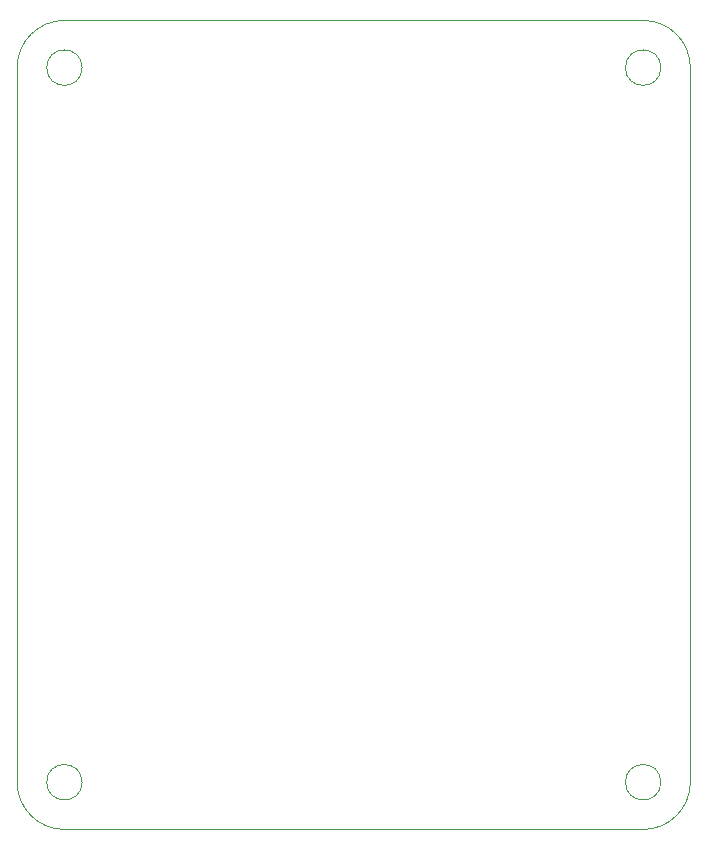
<source format=gbr>
%TF.GenerationSoftware,KiCad,Pcbnew,(5.1.9)-1*%
%TF.CreationDate,2021-07-09T22:50:26+02:00*%
%TF.ProjectId,hyperboard,68797065-7262-46f6-9172-642e6b696361,rev?*%
%TF.SameCoordinates,Original*%
%TF.FileFunction,Profile,NP*%
%FSLAX46Y46*%
G04 Gerber Fmt 4.6, Leading zero omitted, Abs format (unit mm)*
G04 Created by KiCad (PCBNEW (5.1.9)-1) date 2021-07-09 22:50:26*
%MOMM*%
%LPD*%
G01*
G04 APERTURE LIST*
%TA.AperFunction,Profile*%
%ADD10C,0.050000*%
%TD*%
G04 APERTURE END LIST*
D10*
X112750000Y-84500000D02*
G75*
G03*
X112750000Y-84500000I-1500000J0D01*
G01*
X161750000Y-84500000D02*
G75*
G03*
X161750000Y-84500000I-1500000J0D01*
G01*
X161750000Y-145000000D02*
G75*
G03*
X161750000Y-145000000I-1500000J0D01*
G01*
X112750000Y-145000000D02*
G75*
G03*
X112750000Y-145000000I-1500000J0D01*
G01*
X111250000Y-149000000D02*
G75*
G02*
X107250000Y-145000000I0J4000000D01*
G01*
X164250000Y-145000000D02*
G75*
G02*
X160250000Y-149000000I-4000000J0D01*
G01*
X160250000Y-80500000D02*
G75*
G02*
X164250000Y-84500000I0J-4000000D01*
G01*
X107250000Y-84500000D02*
G75*
G02*
X111250000Y-80500000I4000000J0D01*
G01*
X164250000Y-145000000D02*
X164250000Y-84500000D01*
X111250000Y-149000000D02*
X160250000Y-149000000D01*
X160250000Y-80500000D02*
X111250000Y-80500000D01*
X107250000Y-84500000D02*
X107250000Y-145000000D01*
M02*

</source>
